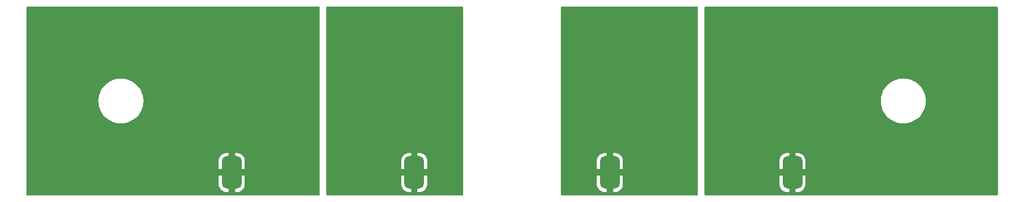
<source format=gbr>
%TF.GenerationSoftware,KiCad,Pcbnew,8.0.2*%
%TF.CreationDate,2024-11-13T23:04:45+01:00*%
%TF.ProjectId,megabiels,6d656761-6269-4656-9c73-2e6b69636164,rev?*%
%TF.SameCoordinates,Original*%
%TF.FileFunction,Copper,L1,Top*%
%TF.FilePolarity,Positive*%
%FSLAX46Y46*%
G04 Gerber Fmt 4.6, Leading zero omitted, Abs format (unit mm)*
G04 Created by KiCad (PCBNEW 8.0.2) date 2024-11-13 23:04:45*
%MOMM*%
%LPD*%
G01*
G04 APERTURE LIST*
G04 Aperture macros list*
%AMRoundRect*
0 Rectangle with rounded corners*
0 $1 Rounding radius*
0 $2 $3 $4 $5 $6 $7 $8 $9 X,Y pos of 4 corners*
0 Add a 4 corners polygon primitive as box body*
4,1,4,$2,$3,$4,$5,$6,$7,$8,$9,$2,$3,0*
0 Add four circle primitives for the rounded corners*
1,1,$1+$1,$2,$3*
1,1,$1+$1,$4,$5*
1,1,$1+$1,$6,$7*
1,1,$1+$1,$8,$9*
0 Add four rect primitives between the rounded corners*
20,1,$1+$1,$2,$3,$4,$5,0*
20,1,$1+$1,$4,$5,$6,$7,0*
20,1,$1+$1,$6,$7,$8,$9,0*
20,1,$1+$1,$8,$9,$2,$3,0*%
G04 Aperture macros list end*
%TA.AperFunction,SMDPad,CuDef*%
%ADD10RoundRect,0.750000X-0.750000X-1.750000X0.750000X-1.750000X0.750000X1.750000X-0.750000X1.750000X0*%
%TD*%
%TA.AperFunction,ViaPad*%
%ADD11C,0.600000*%
%TD*%
G04 APERTURE END LIST*
D10*
%TO.P,J101,1,Pin_1*%
%TO.N,/A*%
X158000000Y-104000000D03*
%TD*%
%TO.P,J101,1,Pin_1*%
%TO.N,/A*%
X100000000Y-104000000D03*
%TD*%
%TO.P,J102,1,Pin_1*%
%TO.N,/B*%
X130000000Y-104000000D03*
%TD*%
%TO.P,J102,1,Pin_1*%
%TO.N,/B*%
X72000000Y-104000000D03*
%TD*%
D11*
%TO.N,/A*%
X179000000Y-79500000D03*
X92000000Y-85000000D03*
X146500000Y-105000000D03*
X158000000Y-80000000D03*
X154500000Y-94000000D03*
X96500000Y-88000000D03*
X150000000Y-84000000D03*
X96500000Y-90000000D03*
X146000000Y-88500000D03*
X154500000Y-98000000D03*
X150000000Y-99000000D03*
X106500000Y-92000000D03*
X150000000Y-104000000D03*
X150000000Y-105000000D03*
X155500000Y-106000000D03*
X99000000Y-79500000D03*
X164000000Y-79500000D03*
X161000000Y-105500000D03*
X154500000Y-93000000D03*
X160000000Y-100500000D03*
X92000000Y-82000000D03*
X150000000Y-80000000D03*
X97500000Y-101000000D03*
X150000000Y-82000000D03*
X158000000Y-100000000D03*
X187000000Y-105500000D03*
X96500000Y-92000000D03*
X96500000Y-101000000D03*
X99000000Y-100500000D03*
X150000000Y-89000000D03*
X150000000Y-88000000D03*
X92000000Y-98000000D03*
X89000000Y-95500000D03*
X150000000Y-103000000D03*
X96500000Y-96000000D03*
X161000000Y-102500000D03*
X150000000Y-90000000D03*
X154500000Y-80000000D03*
X154500000Y-82000000D03*
X161000000Y-101500000D03*
X161000000Y-104500000D03*
X96500000Y-84000000D03*
X150000000Y-106000000D03*
X96500000Y-106000000D03*
X92000000Y-99000000D03*
X187000000Y-80000000D03*
X150000000Y-81000000D03*
X170000000Y-106500000D03*
X92000000Y-89000000D03*
X105500000Y-84000000D03*
X96500000Y-85000000D03*
X188000000Y-92500000D03*
X154500000Y-92000000D03*
X155500000Y-105000000D03*
X103000000Y-105500000D03*
X102500000Y-106500000D03*
X150000000Y-96000000D03*
X96500000Y-97000000D03*
X150000000Y-92000000D03*
X103000000Y-103500000D03*
X92000000Y-101000000D03*
X92000000Y-97000000D03*
X92000000Y-79000000D03*
X154500000Y-101000000D03*
X150000000Y-85000000D03*
X97500000Y-104500000D03*
X150000000Y-91000000D03*
X154500000Y-96000000D03*
X177500000Y-106000000D03*
X188000000Y-86000000D03*
X154500000Y-107000000D03*
X146500000Y-96000000D03*
X92000000Y-107000000D03*
X156000000Y-100500000D03*
X96500000Y-89000000D03*
X97500000Y-102500000D03*
X105500000Y-106000000D03*
X146000000Y-79500000D03*
X154500000Y-90000000D03*
X154500000Y-99000000D03*
X96500000Y-86000000D03*
X96500000Y-99000000D03*
X150000000Y-83000000D03*
X96500000Y-87000000D03*
X92000000Y-104000000D03*
X101000000Y-100500000D03*
X159000000Y-100000000D03*
X154500000Y-104000000D03*
X155500000Y-102000000D03*
X92000000Y-81000000D03*
X154500000Y-105000000D03*
X96500000Y-102000000D03*
X150000000Y-102000000D03*
X150000000Y-93000000D03*
X154500000Y-87000000D03*
X154500000Y-83000000D03*
X154500000Y-85000000D03*
X154500000Y-79000000D03*
X96500000Y-105000000D03*
X92000000Y-88000000D03*
X92000000Y-102000000D03*
X150000000Y-87000000D03*
X171000000Y-79500000D03*
X96500000Y-83000000D03*
X89000000Y-103500000D03*
X96500000Y-91000000D03*
X96500000Y-100000000D03*
X154500000Y-86000000D03*
X92000000Y-103000000D03*
X96500000Y-98000000D03*
X92000000Y-80000000D03*
X154500000Y-88000000D03*
X92000000Y-94000000D03*
X92000000Y-95000000D03*
X92000000Y-91000000D03*
X150000000Y-79000000D03*
X88500000Y-86500000D03*
X96500000Y-103000000D03*
X157000000Y-100000000D03*
X96500000Y-80000000D03*
X106500000Y-101000000D03*
X150000000Y-101000000D03*
X92000000Y-92000000D03*
X96500000Y-104000000D03*
X150000000Y-100000000D03*
X150000000Y-98000000D03*
X154500000Y-95000000D03*
X155500000Y-103000000D03*
X92000000Y-83000000D03*
X150000000Y-107000000D03*
X92000000Y-106000000D03*
X96500000Y-94000000D03*
X150000000Y-94000000D03*
X92000000Y-93000000D03*
X92000000Y-87000000D03*
X96500000Y-81000000D03*
X92000000Y-90000000D03*
X96500000Y-107000000D03*
X155500000Y-104000000D03*
X154500000Y-102000000D03*
X97500000Y-107000000D03*
X150000000Y-86000000D03*
X102500000Y-101500000D03*
X103500000Y-79500000D03*
X150000000Y-97000000D03*
X92000000Y-105000000D03*
X154500000Y-81000000D03*
X154500000Y-89000000D03*
X154500000Y-106000000D03*
X92000000Y-84000000D03*
X92000000Y-86000000D03*
X96500000Y-79000000D03*
X96500000Y-95000000D03*
X154500000Y-103000000D03*
X160500000Y-106500000D03*
X154500000Y-100000000D03*
X165500000Y-106500000D03*
X96500000Y-82000000D03*
X161000000Y-103500000D03*
X154500000Y-84000000D03*
X154500000Y-91000000D03*
X92000000Y-100000000D03*
X154500000Y-97000000D03*
X156000000Y-107000000D03*
X92000000Y-96000000D03*
X89500000Y-80500000D03*
X188000000Y-100500000D03*
X150000000Y-95000000D03*
X96500000Y-93000000D03*
%TO.N,/B*%
X74500000Y-107000000D03*
X138000000Y-98000000D03*
X138000000Y-92000000D03*
X133500000Y-91000000D03*
X69500000Y-100500000D03*
X75500000Y-81000000D03*
X80000000Y-90000000D03*
X138000000Y-93000000D03*
X133500000Y-95000000D03*
X75500000Y-82000000D03*
X133500000Y-83000000D03*
X80000000Y-99000000D03*
X57000000Y-106000000D03*
X80000000Y-79000000D03*
X80000000Y-93000000D03*
X133500000Y-79000000D03*
X133500000Y-88000000D03*
X75500000Y-89000000D03*
X138000000Y-103000000D03*
X138000000Y-84000000D03*
X138000000Y-95000000D03*
X133500000Y-97000000D03*
X133500000Y-85000000D03*
X80000000Y-91000000D03*
X138000000Y-80000000D03*
X75500000Y-106000000D03*
X133500000Y-86000000D03*
X80000000Y-101000000D03*
X62500000Y-80000000D03*
X138000000Y-87000000D03*
X133500000Y-100000000D03*
X75500000Y-90000000D03*
X80000000Y-98000000D03*
X127500000Y-100500000D03*
X138000000Y-86000000D03*
X138000000Y-94000000D03*
X133500000Y-106000000D03*
X75500000Y-103000000D03*
X133500000Y-84000000D03*
X80000000Y-100000000D03*
X80000000Y-105000000D03*
X49000000Y-80500000D03*
X133500000Y-90000000D03*
X80000000Y-102000000D03*
X69000000Y-104500000D03*
X133500000Y-98000000D03*
X66500000Y-86500000D03*
X80000000Y-87000000D03*
X138000000Y-106000000D03*
X80000000Y-88000000D03*
X130000000Y-80000000D03*
X75500000Y-100000000D03*
X127000000Y-103000000D03*
X138000000Y-89000000D03*
X138000000Y-104000000D03*
X83000000Y-105000000D03*
X133500000Y-94000000D03*
X75500000Y-91000000D03*
X80000000Y-96000000D03*
X73500000Y-100000000D03*
X75500000Y-87000000D03*
X80000000Y-85000000D03*
X80000000Y-106000000D03*
X138000000Y-83000000D03*
X75500000Y-94000000D03*
X138000000Y-85000000D03*
X124500000Y-87000000D03*
X138000000Y-96000000D03*
X80000000Y-82000000D03*
X80000000Y-83000000D03*
X133500000Y-92000000D03*
X65000000Y-105000000D03*
X75500000Y-105000000D03*
X49500000Y-105500000D03*
X80000000Y-89000000D03*
X82500000Y-96000000D03*
X41500000Y-105500000D03*
X67000000Y-95000000D03*
X133500000Y-93000000D03*
X138000000Y-82000000D03*
X133500000Y-105000000D03*
X138000000Y-79000000D03*
X70000000Y-107000000D03*
X133500000Y-99000000D03*
X138000000Y-102000000D03*
X138000000Y-90000000D03*
X138000000Y-107000000D03*
X133500000Y-107000000D03*
X80000000Y-95000000D03*
X133500000Y-101000000D03*
X80000000Y-104000000D03*
X127500000Y-106500000D03*
X80000000Y-103000000D03*
X133500000Y-81000000D03*
X138000000Y-105000000D03*
X138000000Y-100000000D03*
X75500000Y-104000000D03*
X138000000Y-97000000D03*
X69000000Y-106000000D03*
X71500000Y-100000000D03*
X138000000Y-101000000D03*
X138000000Y-81000000D03*
X75500000Y-95000000D03*
X75500000Y-99000000D03*
X75500000Y-101000000D03*
X75500000Y-85000000D03*
X138000000Y-99000000D03*
X133500000Y-87000000D03*
X133500000Y-102000000D03*
X75500000Y-80000000D03*
X75500000Y-96000000D03*
X138000000Y-91000000D03*
X75500000Y-86000000D03*
X69000000Y-102000000D03*
X42000000Y-87000000D03*
X124500000Y-105500000D03*
X132000000Y-100000000D03*
X75500000Y-88000000D03*
X80000000Y-86000000D03*
X133500000Y-80000000D03*
X75500000Y-93000000D03*
X124500000Y-80500000D03*
X80000000Y-97000000D03*
X133500000Y-82000000D03*
X133500000Y-89000000D03*
X133500000Y-104000000D03*
X80000000Y-94000000D03*
X132500000Y-107000000D03*
X80000000Y-81000000D03*
X41500000Y-80500000D03*
X127000000Y-102000000D03*
X124000000Y-96000000D03*
X130500000Y-100000000D03*
X75500000Y-97000000D03*
X127000000Y-104000000D03*
X80000000Y-80000000D03*
X138000000Y-88000000D03*
X75500000Y-83000000D03*
X127000000Y-105500000D03*
X75500000Y-102000000D03*
X133500000Y-103000000D03*
X75500000Y-79000000D03*
X129000000Y-100000000D03*
X80000000Y-107000000D03*
X133500000Y-96000000D03*
X42000000Y-96500000D03*
X82500000Y-86500000D03*
X80000000Y-92000000D03*
X82500000Y-81000000D03*
X72500000Y-80000000D03*
X75500000Y-107000000D03*
X75500000Y-98000000D03*
X80000000Y-84000000D03*
X75500000Y-84000000D03*
X75500000Y-92000000D03*
%TD*%
%TA.AperFunction,Conductor*%
%TO.N,/B*%
G36*
X143443039Y-78520185D02*
G01*
X143488794Y-78572989D01*
X143500000Y-78624500D01*
X143500000Y-107375500D01*
X143480315Y-107442539D01*
X143427511Y-107488294D01*
X143376000Y-107499500D01*
X122624000Y-107499500D01*
X122556961Y-107479815D01*
X122511206Y-107427011D01*
X122500000Y-107375500D01*
X122500000Y-105814197D01*
X128000001Y-105814197D01*
X128010400Y-105946332D01*
X128065377Y-106164519D01*
X128158428Y-106369374D01*
X128158431Y-106369380D01*
X128286559Y-106554323D01*
X128286569Y-106554335D01*
X128445664Y-106713430D01*
X128445676Y-106713440D01*
X128630619Y-106841568D01*
X128630625Y-106841571D01*
X128835480Y-106934622D01*
X129053667Y-106989599D01*
X129185810Y-106999999D01*
X129499999Y-106999999D01*
X130500000Y-106999999D01*
X130814182Y-106999999D01*
X130814197Y-106999998D01*
X130946332Y-106989599D01*
X131164519Y-106934622D01*
X131369374Y-106841571D01*
X131369380Y-106841568D01*
X131554323Y-106713440D01*
X131554335Y-106713430D01*
X131713430Y-106554335D01*
X131713440Y-106554323D01*
X131841568Y-106369380D01*
X131841571Y-106369374D01*
X131934622Y-106164519D01*
X131989599Y-105946332D01*
X131999999Y-105814196D01*
X132000000Y-105814184D01*
X132000000Y-104500000D01*
X130500000Y-104500000D01*
X130500000Y-106999999D01*
X129499999Y-106999999D01*
X129500000Y-106999998D01*
X129500000Y-104500000D01*
X128000001Y-104500000D01*
X128000001Y-105814197D01*
X122500000Y-105814197D01*
X122500000Y-102185803D01*
X128000000Y-102185803D01*
X128000000Y-103500000D01*
X129500000Y-103500000D01*
X130500000Y-103500000D01*
X131999999Y-103500000D01*
X131999999Y-102185817D01*
X131999998Y-102185802D01*
X131989599Y-102053667D01*
X131934622Y-101835480D01*
X131841571Y-101630625D01*
X131841568Y-101630619D01*
X131713440Y-101445676D01*
X131713430Y-101445664D01*
X131554335Y-101286569D01*
X131554323Y-101286559D01*
X131369380Y-101158431D01*
X131369374Y-101158428D01*
X131164519Y-101065377D01*
X130946332Y-101010400D01*
X130814196Y-101000000D01*
X130500000Y-101000000D01*
X130500000Y-103500000D01*
X129500000Y-103500000D01*
X129500000Y-101000000D01*
X129185817Y-101000000D01*
X129185802Y-101000001D01*
X129053667Y-101010400D01*
X128835480Y-101065377D01*
X128630625Y-101158428D01*
X128630619Y-101158431D01*
X128445676Y-101286559D01*
X128445664Y-101286569D01*
X128286569Y-101445664D01*
X128286559Y-101445676D01*
X128158431Y-101630619D01*
X128158428Y-101630625D01*
X128065377Y-101835480D01*
X128010400Y-102053667D01*
X128000000Y-102185803D01*
X122500000Y-102185803D01*
X122500000Y-78624500D01*
X122519685Y-78557461D01*
X122572489Y-78511706D01*
X122624000Y-78500500D01*
X143376000Y-78500500D01*
X143443039Y-78520185D01*
G37*
%TD.AperFunction*%
%TD*%
%TA.AperFunction,Conductor*%
%TO.N,/A*%
G36*
X107443039Y-78520185D02*
G01*
X107488794Y-78572989D01*
X107500000Y-78624500D01*
X107500000Y-107375500D01*
X107480315Y-107442539D01*
X107427511Y-107488294D01*
X107376000Y-107499500D01*
X86624000Y-107499500D01*
X86556961Y-107479815D01*
X86511206Y-107427011D01*
X86500000Y-107375500D01*
X86500000Y-105814197D01*
X98000001Y-105814197D01*
X98010400Y-105946332D01*
X98065377Y-106164519D01*
X98158428Y-106369374D01*
X98158431Y-106369380D01*
X98286559Y-106554323D01*
X98286569Y-106554335D01*
X98445664Y-106713430D01*
X98445676Y-106713440D01*
X98630619Y-106841568D01*
X98630625Y-106841571D01*
X98835480Y-106934622D01*
X99053667Y-106989599D01*
X99185810Y-106999999D01*
X99499999Y-106999999D01*
X100500000Y-106999999D01*
X100814182Y-106999999D01*
X100814197Y-106999998D01*
X100946332Y-106989599D01*
X101164519Y-106934622D01*
X101369374Y-106841571D01*
X101369380Y-106841568D01*
X101554323Y-106713440D01*
X101554335Y-106713430D01*
X101713430Y-106554335D01*
X101713440Y-106554323D01*
X101841568Y-106369380D01*
X101841571Y-106369374D01*
X101934622Y-106164519D01*
X101989599Y-105946332D01*
X101999999Y-105814196D01*
X102000000Y-105814184D01*
X102000000Y-104500000D01*
X100500000Y-104500000D01*
X100500000Y-106999999D01*
X99499999Y-106999999D01*
X99500000Y-106999998D01*
X99500000Y-104500000D01*
X98000001Y-104500000D01*
X98000001Y-105814197D01*
X86500000Y-105814197D01*
X86500000Y-102185803D01*
X98000000Y-102185803D01*
X98000000Y-103500000D01*
X99500000Y-103500000D01*
X100500000Y-103500000D01*
X101999999Y-103500000D01*
X101999999Y-102185817D01*
X101999998Y-102185802D01*
X101989599Y-102053667D01*
X101934622Y-101835480D01*
X101841571Y-101630625D01*
X101841568Y-101630619D01*
X101713440Y-101445676D01*
X101713430Y-101445664D01*
X101554335Y-101286569D01*
X101554323Y-101286559D01*
X101369380Y-101158431D01*
X101369374Y-101158428D01*
X101164519Y-101065377D01*
X100946332Y-101010400D01*
X100814196Y-101000000D01*
X100500000Y-101000000D01*
X100500000Y-103500000D01*
X99500000Y-103500000D01*
X99500000Y-101000000D01*
X99185817Y-101000000D01*
X99185802Y-101000001D01*
X99053667Y-101010400D01*
X98835480Y-101065377D01*
X98630625Y-101158428D01*
X98630619Y-101158431D01*
X98445676Y-101286559D01*
X98445664Y-101286569D01*
X98286569Y-101445664D01*
X98286559Y-101445676D01*
X98158431Y-101630619D01*
X98158428Y-101630625D01*
X98065377Y-101835480D01*
X98010400Y-102053667D01*
X98000000Y-102185803D01*
X86500000Y-102185803D01*
X86500000Y-78624500D01*
X86519685Y-78557461D01*
X86572489Y-78511706D01*
X86624000Y-78500500D01*
X107376000Y-78500500D01*
X107443039Y-78520185D01*
G37*
%TD.AperFunction*%
%TD*%
%TA.AperFunction,Conductor*%
%TO.N,/B*%
G36*
X85443039Y-78520185D02*
G01*
X85488794Y-78572989D01*
X85500000Y-78624500D01*
X85500000Y-107375500D01*
X85480315Y-107442539D01*
X85427511Y-107488294D01*
X85376000Y-107499500D01*
X40624500Y-107499500D01*
X40557461Y-107479815D01*
X40511706Y-107427011D01*
X40500500Y-107375500D01*
X40500500Y-105814197D01*
X70000001Y-105814197D01*
X70010400Y-105946332D01*
X70065377Y-106164519D01*
X70158428Y-106369374D01*
X70158431Y-106369380D01*
X70286559Y-106554323D01*
X70286569Y-106554335D01*
X70445664Y-106713430D01*
X70445676Y-106713440D01*
X70630619Y-106841568D01*
X70630625Y-106841571D01*
X70835480Y-106934622D01*
X71053667Y-106989599D01*
X71185810Y-106999999D01*
X71499999Y-106999999D01*
X72500000Y-106999999D01*
X72814182Y-106999999D01*
X72814197Y-106999998D01*
X72946332Y-106989599D01*
X73164519Y-106934622D01*
X73369374Y-106841571D01*
X73369380Y-106841568D01*
X73554323Y-106713440D01*
X73554335Y-106713430D01*
X73713430Y-106554335D01*
X73713440Y-106554323D01*
X73841568Y-106369380D01*
X73841571Y-106369374D01*
X73934622Y-106164519D01*
X73989599Y-105946332D01*
X73999999Y-105814196D01*
X74000000Y-105814184D01*
X74000000Y-104500000D01*
X72500000Y-104500000D01*
X72500000Y-106999999D01*
X71499999Y-106999999D01*
X71500000Y-106999998D01*
X71500000Y-104500000D01*
X70000001Y-104500000D01*
X70000001Y-105814197D01*
X40500500Y-105814197D01*
X40500500Y-102185803D01*
X70000000Y-102185803D01*
X70000000Y-103500000D01*
X71500000Y-103500000D01*
X72500000Y-103500000D01*
X73999999Y-103500000D01*
X73999999Y-102185817D01*
X73999998Y-102185802D01*
X73989599Y-102053667D01*
X73934622Y-101835480D01*
X73841571Y-101630625D01*
X73841568Y-101630619D01*
X73713440Y-101445676D01*
X73713430Y-101445664D01*
X73554335Y-101286569D01*
X73554323Y-101286559D01*
X73369380Y-101158431D01*
X73369374Y-101158428D01*
X73164519Y-101065377D01*
X72946332Y-101010400D01*
X72814196Y-101000000D01*
X72500000Y-101000000D01*
X72500000Y-103500000D01*
X71500000Y-103500000D01*
X71500000Y-101000000D01*
X71185817Y-101000000D01*
X71185802Y-101000001D01*
X71053667Y-101010400D01*
X70835480Y-101065377D01*
X70630625Y-101158428D01*
X70630619Y-101158431D01*
X70445676Y-101286559D01*
X70445664Y-101286569D01*
X70286569Y-101445664D01*
X70286559Y-101445676D01*
X70158431Y-101630619D01*
X70158428Y-101630625D01*
X70065377Y-101835480D01*
X70010400Y-102053667D01*
X70000000Y-102185803D01*
X40500500Y-102185803D01*
X40500500Y-92830491D01*
X51549500Y-92830491D01*
X51549500Y-93169508D01*
X51582729Y-93506901D01*
X51648870Y-93839410D01*
X51747284Y-94163841D01*
X51877024Y-94477060D01*
X51877026Y-94477065D01*
X52036831Y-94776039D01*
X52036842Y-94776057D01*
X52225184Y-95057930D01*
X52225194Y-95057944D01*
X52440269Y-95320014D01*
X52679985Y-95559730D01*
X52679990Y-95559734D01*
X52679991Y-95559735D01*
X52942061Y-95774810D01*
X53223949Y-95963162D01*
X53223958Y-95963167D01*
X53223960Y-95963168D01*
X53522934Y-96122973D01*
X53522936Y-96122973D01*
X53522942Y-96122977D01*
X53836160Y-96252716D01*
X54160586Y-96351129D01*
X54493096Y-96417270D01*
X54830488Y-96450500D01*
X54830491Y-96450500D01*
X55169509Y-96450500D01*
X55169512Y-96450500D01*
X55506904Y-96417270D01*
X55839414Y-96351129D01*
X56163840Y-96252716D01*
X56477058Y-96122977D01*
X56776051Y-95963162D01*
X57057939Y-95774810D01*
X57320009Y-95559735D01*
X57559735Y-95320009D01*
X57774810Y-95057939D01*
X57963162Y-94776051D01*
X58122977Y-94477058D01*
X58252716Y-94163840D01*
X58351129Y-93839414D01*
X58417270Y-93506904D01*
X58450500Y-93169512D01*
X58450500Y-92830488D01*
X58417270Y-92493096D01*
X58351129Y-92160586D01*
X58252716Y-91836160D01*
X58122977Y-91522942D01*
X57963162Y-91223949D01*
X57774810Y-90942061D01*
X57559735Y-90679991D01*
X57559734Y-90679990D01*
X57559730Y-90679985D01*
X57320014Y-90440269D01*
X57057944Y-90225194D01*
X57057943Y-90225193D01*
X57057939Y-90225190D01*
X56776051Y-90036838D01*
X56776046Y-90036835D01*
X56776039Y-90036831D01*
X56477065Y-89877026D01*
X56477060Y-89877024D01*
X56163841Y-89747284D01*
X55973382Y-89689509D01*
X55839414Y-89648871D01*
X55839411Y-89648870D01*
X55839410Y-89648870D01*
X55506901Y-89582729D01*
X55269199Y-89559318D01*
X55169512Y-89549500D01*
X54830488Y-89549500D01*
X54739738Y-89558437D01*
X54493098Y-89582729D01*
X54160589Y-89648870D01*
X53836158Y-89747284D01*
X53522939Y-89877024D01*
X53522934Y-89877026D01*
X53223960Y-90036831D01*
X53223942Y-90036842D01*
X52942069Y-90225184D01*
X52942055Y-90225194D01*
X52679985Y-90440269D01*
X52440269Y-90679985D01*
X52225194Y-90942055D01*
X52225184Y-90942069D01*
X52036842Y-91223942D01*
X52036831Y-91223960D01*
X51877026Y-91522934D01*
X51877024Y-91522939D01*
X51747284Y-91836158D01*
X51648870Y-92160589D01*
X51582729Y-92493098D01*
X51549500Y-92830491D01*
X40500500Y-92830491D01*
X40500500Y-78624500D01*
X40520185Y-78557461D01*
X40572989Y-78511706D01*
X40624500Y-78500500D01*
X85376000Y-78500500D01*
X85443039Y-78520185D01*
G37*
%TD.AperFunction*%
%TD*%
%TA.AperFunction,Conductor*%
%TO.N,/A*%
G36*
X189442539Y-78520185D02*
G01*
X189488294Y-78572989D01*
X189499500Y-78624500D01*
X189499500Y-107375500D01*
X189479815Y-107442539D01*
X189427011Y-107488294D01*
X189375500Y-107499500D01*
X144624000Y-107499500D01*
X144556961Y-107479815D01*
X144511206Y-107427011D01*
X144500000Y-107375500D01*
X144500000Y-105814197D01*
X156000001Y-105814197D01*
X156010400Y-105946332D01*
X156065377Y-106164519D01*
X156158428Y-106369374D01*
X156158431Y-106369380D01*
X156286559Y-106554323D01*
X156286569Y-106554335D01*
X156445664Y-106713430D01*
X156445676Y-106713440D01*
X156630619Y-106841568D01*
X156630625Y-106841571D01*
X156835480Y-106934622D01*
X157053667Y-106989599D01*
X157185810Y-106999999D01*
X157499999Y-106999999D01*
X158500000Y-106999999D01*
X158814182Y-106999999D01*
X158814197Y-106999998D01*
X158946332Y-106989599D01*
X159164519Y-106934622D01*
X159369374Y-106841571D01*
X159369380Y-106841568D01*
X159554323Y-106713440D01*
X159554335Y-106713430D01*
X159713430Y-106554335D01*
X159713440Y-106554323D01*
X159841568Y-106369380D01*
X159841571Y-106369374D01*
X159934622Y-106164519D01*
X159989599Y-105946332D01*
X159999999Y-105814196D01*
X160000000Y-105814184D01*
X160000000Y-104500000D01*
X158500000Y-104500000D01*
X158500000Y-106999999D01*
X157499999Y-106999999D01*
X157500000Y-106999998D01*
X157500000Y-104500000D01*
X156000001Y-104500000D01*
X156000001Y-105814197D01*
X144500000Y-105814197D01*
X144500000Y-102185803D01*
X156000000Y-102185803D01*
X156000000Y-103500000D01*
X157500000Y-103500000D01*
X158500000Y-103500000D01*
X159999999Y-103500000D01*
X159999999Y-102185817D01*
X159999998Y-102185802D01*
X159989599Y-102053667D01*
X159934622Y-101835480D01*
X159841571Y-101630625D01*
X159841568Y-101630619D01*
X159713440Y-101445676D01*
X159713430Y-101445664D01*
X159554335Y-101286569D01*
X159554323Y-101286559D01*
X159369380Y-101158431D01*
X159369374Y-101158428D01*
X159164519Y-101065377D01*
X158946332Y-101010400D01*
X158814196Y-101000000D01*
X158500000Y-101000000D01*
X158500000Y-103500000D01*
X157500000Y-103500000D01*
X157500000Y-101000000D01*
X157185817Y-101000000D01*
X157185802Y-101000001D01*
X157053667Y-101010400D01*
X156835480Y-101065377D01*
X156630625Y-101158428D01*
X156630619Y-101158431D01*
X156445676Y-101286559D01*
X156445664Y-101286569D01*
X156286569Y-101445664D01*
X156286559Y-101445676D01*
X156158431Y-101630619D01*
X156158428Y-101630625D01*
X156065377Y-101835480D01*
X156010400Y-102053667D01*
X156000000Y-102185803D01*
X144500000Y-102185803D01*
X144500000Y-92830491D01*
X171549500Y-92830491D01*
X171549500Y-93169508D01*
X171582729Y-93506901D01*
X171648870Y-93839410D01*
X171747284Y-94163841D01*
X171877024Y-94477060D01*
X171877026Y-94477065D01*
X172036831Y-94776039D01*
X172036842Y-94776057D01*
X172225184Y-95057930D01*
X172225194Y-95057944D01*
X172440269Y-95320014D01*
X172679985Y-95559730D01*
X172679990Y-95559734D01*
X172679991Y-95559735D01*
X172942061Y-95774810D01*
X173223949Y-95963162D01*
X173223958Y-95963167D01*
X173223960Y-95963168D01*
X173522934Y-96122973D01*
X173522936Y-96122973D01*
X173522942Y-96122977D01*
X173836160Y-96252716D01*
X174160586Y-96351129D01*
X174493096Y-96417270D01*
X174830488Y-96450500D01*
X174830491Y-96450500D01*
X175169509Y-96450500D01*
X175169512Y-96450500D01*
X175506904Y-96417270D01*
X175839414Y-96351129D01*
X176163840Y-96252716D01*
X176477058Y-96122977D01*
X176776051Y-95963162D01*
X177057939Y-95774810D01*
X177320009Y-95559735D01*
X177559735Y-95320009D01*
X177774810Y-95057939D01*
X177963162Y-94776051D01*
X178122977Y-94477058D01*
X178252716Y-94163840D01*
X178351129Y-93839414D01*
X178417270Y-93506904D01*
X178450500Y-93169512D01*
X178450500Y-92830488D01*
X178417270Y-92493096D01*
X178351129Y-92160586D01*
X178252716Y-91836160D01*
X178122977Y-91522942D01*
X177963162Y-91223949D01*
X177774810Y-90942061D01*
X177559735Y-90679991D01*
X177559734Y-90679990D01*
X177559730Y-90679985D01*
X177320014Y-90440269D01*
X177057944Y-90225194D01*
X177057943Y-90225193D01*
X177057939Y-90225190D01*
X176776051Y-90036838D01*
X176776046Y-90036835D01*
X176776039Y-90036831D01*
X176477065Y-89877026D01*
X176477060Y-89877024D01*
X176163841Y-89747284D01*
X175973382Y-89689509D01*
X175839414Y-89648871D01*
X175839411Y-89648870D01*
X175839410Y-89648870D01*
X175506901Y-89582729D01*
X175269199Y-89559318D01*
X175169512Y-89549500D01*
X174830488Y-89549500D01*
X174739738Y-89558437D01*
X174493098Y-89582729D01*
X174160589Y-89648870D01*
X173836158Y-89747284D01*
X173522939Y-89877024D01*
X173522934Y-89877026D01*
X173223960Y-90036831D01*
X173223942Y-90036842D01*
X172942069Y-90225184D01*
X172942055Y-90225194D01*
X172679985Y-90440269D01*
X172440269Y-90679985D01*
X172225194Y-90942055D01*
X172225184Y-90942069D01*
X172036842Y-91223942D01*
X172036831Y-91223960D01*
X171877026Y-91522934D01*
X171877024Y-91522939D01*
X171747284Y-91836158D01*
X171648870Y-92160589D01*
X171582729Y-92493098D01*
X171549500Y-92830491D01*
X144500000Y-92830491D01*
X144500000Y-78624500D01*
X144519685Y-78557461D01*
X144572489Y-78511706D01*
X144624000Y-78500500D01*
X189375500Y-78500500D01*
X189442539Y-78520185D01*
G37*
%TD.AperFunction*%
%TD*%
M02*

</source>
